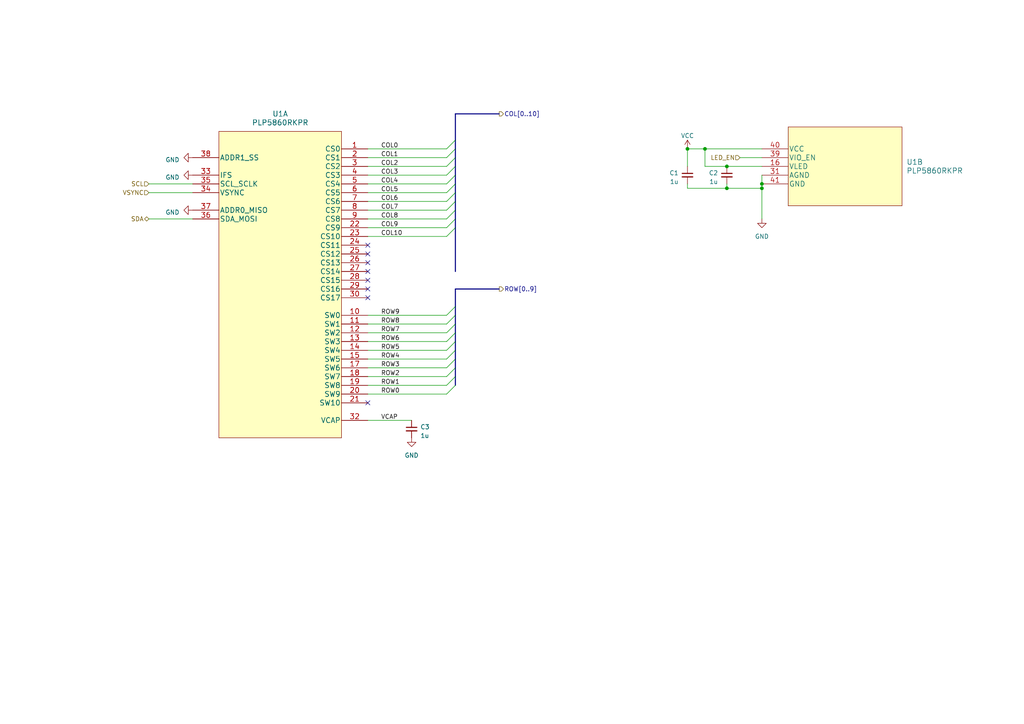
<source format=kicad_sch>
(kicad_sch (version 20230121) (generator eeschema)
  (paper "A4")
  (lib_symbols
    (symbol "Device:C_Small" (pin_numbers hide) (pin_names (offset 0.254) hide)
      (property "Reference" "C" (at 0.254 1.778 0))
      (property "Value" "C_Small" (at 0.254 -2.032 0))
      (symbol "C_Small_0_1"
        (polyline (pts (xy -1.524 -0.508) (xy 1.524 -0.508)) (stroke (width 0.3302)))
        (polyline (pts (xy -1.524 0.508) (xy 1.524 0.508)) (stroke (width 0.3048)))
      )
      (symbol "C_Small_1_1"
        (pin passive line (at 0 2.54 270) (length 2.032) (name "~") (number "1"))
        (pin passive line (at 0 -2.54 90) (length 2.032) (name "~") (number "2"))
      )
    )
    (symbol "WordWatch:PLP5860RKPR" (pin_names (offset 0.254))
      (property "Reference" "U" (at 25.4 11.43 0))
      (property "Value" "PLP5860RKPR" (at 25.4 8.89 0))
      (symbol "PLP5860RKPR_1_1"
        (rectangle (start 7.62 7.62) (end 43.18 -81.28) (fill (type background)))
        (pin output line (at 50.8 2.54 180) (length 7.62) (name "CS0") (number "1"))
        (pin output line (at 50.8 -45.72 180) (length 7.62) (name "SW0") (number "10"))
        (pin output line (at 50.8 -48.26 180) (length 7.62) (name "SW1") (number "11"))
        (pin output line (at 50.8 -50.8 180) (length 7.62) (name "SW2") (number "12"))
        (pin output line (at 50.8 -53.34 180) (length 7.62) (name "SW3") (number "13"))
        (pin output line (at 50.8 -55.88 180) (length 7.62) (name "SW4") (number "14"))
        (pin output line (at 50.8 -58.42 180) (length 7.62) (name "SW5") (number "15"))
        (pin output line (at 50.8 -60.96 180) (length 7.62) (name "SW6") (number "17"))
        (pin output line (at 50.8 -63.5 180) (length 7.62) (name "SW7") (number "18"))
        (pin output line (at 50.8 -66.04 180) (length 7.62) (name "SW8") (number "19"))
        (pin output line (at 50.8 0 180) (length 7.62) (name "CS1") (number "2"))
        (pin output line (at 50.8 -68.58 180) (length 7.62) (name "SW9") (number "20"))
        (pin output line (at 50.8 -71.12 180) (length 7.62) (name "SW10") (number "21"))
        (pin output line (at 50.8 -20.32 180) (length 7.62) (name "CS9") (number "22"))
        (pin output line (at 50.8 -22.86 180) (length 7.62) (name "CS10") (number "23"))
        (pin output line (at 50.8 -25.4 180) (length 7.62) (name "CS11") (number "24"))
        (pin output line (at 50.8 -27.94 180) (length 7.62) (name "CS12") (number "25"))
        (pin output line (at 50.8 -30.48 180) (length 7.62) (name "CS13") (number "26"))
        (pin output line (at 50.8 -33.02 180) (length 7.62) (name "CS14") (number "27"))
        (pin output line (at 50.8 -35.56 180) (length 7.62) (name "CS15") (number "28"))
        (pin output line (at 50.8 -38.1 180) (length 7.62) (name "CS16") (number "29"))
        (pin output line (at 50.8 -2.54 180) (length 7.62) (name "CS2") (number "3"))
        (pin output line (at 50.8 -40.64 180) (length 7.62) (name "CS17") (number "30"))
        (pin output line (at 50.8 -76.2 180) (length 7.62) (name "VCAP") (number "32"))
        (pin input line (at 0 -5.08 0) (length 7.62) (name "IFS") (number "33"))
        (pin input line (at 0 -10.16 0) (length 7.62) (name "VSYNC") (number "34"))
        (pin input line (at 0 -7.62 0) (length 7.62) (name "SCL_SCLK") (number "35"))
        (pin bidirectional line (at 0 -17.78 0) (length 7.62) (name "SDA_MOSI") (number "36"))
        (pin bidirectional line (at 0 -15.24 0) (length 7.62) (name "ADDR0_MISO") (number "37"))
        (pin input line (at 0 0 0) (length 7.62) (name "ADDR1_SS") (number "38"))
        (pin output line (at 50.8 -5.08 180) (length 7.62) (name "CS3") (number "4"))
        (pin output line (at 50.8 -7.62 180) (length 7.62) (name "CS4") (number "5"))
        (pin output line (at 50.8 -10.16 180) (length 7.62) (name "CS5") (number "6"))
        (pin output line (at 50.8 -12.7 180) (length 7.62) (name "CS6") (number "7"))
        (pin output line (at 50.8 -15.24 180) (length 7.62) (name "CS7") (number "8"))
        (pin output line (at 50.8 -17.78 180) (length 7.62) (name "CS8") (number "9"))
      )
      (symbol "PLP5860RKPR_2_1"
        (rectangle (start 7.62 6.35) (end 40.64 -16.51) (fill (type background)))
        (pin power_in line (at 0 -5.08 0) (length 7.62) (name "VLED") (number "16"))
        (pin power_in line (at 0 -7.62 0) (length 7.62) (name "AGND") (number "31"))
        (pin input line (at 0 -2.54 0) (length 7.62) (name "VIO_EN") (number "39"))
        (pin power_in line (at 0 0 0) (length 7.62) (name "VCC") (number "40"))
        (pin power_in line (at 0 -10.16 0) (length 7.62) (name "GND") (number "41"))
      )
    )
    (symbol "power:GND" (power) (pin_names (offset 0))
      (property "Value" "GND" (at 0 -3.81 0))
      (symbol "GND_0_1"
        (polyline (pts (xy 0 0) (xy 0 -1.27) (xy 1.27 -1.27) (xy 0 -2.54) (xy -1.27 -1.27) (xy 0 -1.27)))
      )
      (symbol "GND_1_1"
        (pin power_in line (at 0 0 270) (length 0) hide (name "GND") (number "1"))
      )
    )
    (symbol "power:VCC" (power) (pin_names (offset 0))
      (property "Value" "VCC" (at 0 3.81 0))
      (symbol "VCC_0_1"
        (polyline (pts (xy -0.762 1.27) (xy 0 2.54)))
        (polyline (pts (xy 0 0) (xy 0 2.54)))
        (polyline (pts (xy 0 2.54) (xy 0.762 1.27)))
      )
      (symbol "VCC_1_1"
        (pin power_in line (at 0 0 90) (length 0) hide (name "VCC") (number "1"))
      )
    )
  )
  (junction (at 220.98 53.34))
  (junction (at 210.82 54.61))
  (junction (at 210.82 48.26))
  (junction (at 199.39 43.18))
  (junction (at 204.47 43.18))
  (junction (at 220.98 54.61))
  (no_connect (at 106.68 116.84))
  (no_connect (at 106.68 73.66))
  (no_connect (at 106.68 86.36))
  (no_connect (at 106.68 71.12))
  (no_connect (at 106.68 78.74))
  (no_connect (at 106.68 83.82))
  (no_connect (at 106.68 76.2))
  (no_connect (at 106.68 81.28))
  (bus_entry (at 129.54 96.52) (size 2.54 -2.54))
  (bus_entry (at 129.54 106.68) (size 2.54 -2.54))
  (bus_entry (at 129.54 68.58) (size 2.54 -2.54))
  (bus_entry (at 129.54 93.98) (size 2.54 -2.54))
  (bus_entry (at 129.54 114.3) (size 2.54 -2.54))
  (bus_entry (at 129.54 55.88) (size 2.54 -2.54))
  (bus_entry (at 129.54 109.22) (size 2.54 -2.54))
  (bus_entry (at 129.54 50.8) (size 2.54 -2.54))
  (bus_entry (at 129.54 111.76) (size 2.54 -2.54))
  (bus_entry (at 129.54 48.26) (size 2.54 -2.54))
  (bus_entry (at 129.54 66.04) (size 2.54 -2.54))
  (bus_entry (at 129.54 99.06) (size 2.54 -2.54))
  (bus_entry (at 129.54 60.96) (size 2.54 -2.54))
  (bus_entry (at 129.54 104.14) (size 2.54 -2.54))
  (bus_entry (at 129.54 101.6) (size 2.54 -2.54))
  (bus_entry (at 129.54 91.44) (size 2.54 -2.54))
  (bus_entry (at 129.54 63.5) (size 2.54 -2.54))
  (bus_entry (at 129.54 43.18) (size 2.54 -2.54))
  (bus_entry (at 129.54 53.34) (size 2.54 -2.54))
  (bus_entry (at 129.54 58.42) (size 2.54 -2.54))
  (bus_entry (at 129.54 45.72) (size 2.54 -2.54))
  (bus (pts (xy 132.08 33.02) (xy 132.08 40.64)))
  (bus (pts (xy 132.08 43.18) (xy 132.08 45.72)))
  (wire (pts (xy 106.68 99.06) (xy 129.54 99.06)))
  (bus (pts (xy 132.08 50.8) (xy 132.08 53.34)))
  (bus (pts (xy 132.08 55.88) (xy 132.08 58.42)))
  (bus (pts (xy 132.08 60.96) (xy 132.08 63.5)))
  (wire (pts (xy 199.39 54.61) (xy 199.39 53.34)))
  (wire (pts (xy 214.63 45.72) (xy 220.98 45.72)))
  (wire (pts (xy 106.68 93.98) (xy 129.54 93.98)))
  (bus (pts (xy 144.78 33.02) (xy 132.08 33.02)))
  (wire (pts (xy 106.68 60.96) (xy 129.54 60.96)))
  (bus (pts (xy 132.08 99.06) (xy 132.08 101.6)))
  (wire (pts (xy 106.68 53.34) (xy 129.54 53.34)))
  (wire (pts (xy 220.98 53.34) (xy 220.98 54.61)))
  (wire (pts (xy 210.82 54.61) (xy 210.82 53.34)))
  (bus (pts (xy 132.08 58.42) (xy 132.08 60.96)))
  (bus (pts (xy 132.08 104.14) (xy 132.08 106.68)))
  (wire (pts (xy 106.68 58.42) (xy 129.54 58.42)))
  (bus (pts (xy 132.08 106.68) (xy 132.08 109.22)))
  (wire (pts (xy 43.18 53.34) (xy 55.88 53.34)))
  (wire (pts (xy 106.68 96.52) (xy 129.54 96.52)))
  (wire (pts (xy 210.82 48.26) (xy 220.98 48.26)))
  (wire (pts (xy 106.68 104.14) (xy 129.54 104.14)))
  (wire (pts (xy 106.68 43.18) (xy 129.54 43.18)))
  (wire (pts (xy 220.98 54.61) (xy 210.82 54.61)))
  (wire (pts (xy 106.68 55.88) (xy 129.54 55.88)))
  (wire (pts (xy 106.68 91.44) (xy 129.54 91.44)))
  (bus (pts (xy 132.08 101.6) (xy 132.08 104.14)))
  (bus (pts (xy 132.08 96.52) (xy 132.08 99.06)))
  (bus (pts (xy 132.08 83.82) (xy 132.08 88.9)))
  (bus (pts (xy 132.08 53.34) (xy 132.08 55.88)))
  (wire (pts (xy 220.98 63.5) (xy 220.98 54.61)))
  (wire (pts (xy 106.68 66.04) (xy 129.54 66.04)))
  (wire (pts (xy 106.68 111.76) (xy 129.54 111.76)))
  (wire (pts (xy 106.68 114.3) (xy 129.54 114.3)))
  (bus (pts (xy 132.08 109.22) (xy 132.08 111.76)))
  (wire (pts (xy 106.68 63.5) (xy 129.54 63.5)))
  (wire (pts (xy 106.68 45.72) (xy 129.54 45.72)))
  (bus (pts (xy 132.08 91.44) (xy 132.08 93.98)))
  (wire (pts (xy 43.18 55.88) (xy 55.88 55.88)))
  (bus (pts (xy 132.08 93.98) (xy 132.08 96.52)))
  (wire (pts (xy 106.68 68.58) (xy 129.54 68.58)))
  (wire (pts (xy 199.39 43.18) (xy 204.47 43.18)))
  (wire (pts (xy 43.18 63.5) (xy 55.88 63.5)))
  (wire (pts (xy 106.68 121.92) (xy 119.38 121.92)))
  (bus (pts (xy 132.08 63.5) (xy 132.08 66.04)))
  (bus (pts (xy 132.08 40.64) (xy 132.08 43.18)))
  (wire (pts (xy 106.68 50.8) (xy 129.54 50.8)))
  (wire (pts (xy 106.68 48.26) (xy 129.54 48.26)))
  (bus (pts (xy 144.78 83.82) (xy 132.08 83.82)))
  (wire (pts (xy 106.68 106.68) (xy 129.54 106.68)))
  (wire (pts (xy 106.68 101.6) (xy 129.54 101.6)))
  (wire (pts (xy 106.68 109.22) (xy 129.54 109.22)))
  (wire (pts (xy 220.98 50.8) (xy 220.98 53.34)))
  (wire (pts (xy 204.47 43.18) (xy 204.47 48.26)))
  (wire (pts (xy 199.39 54.61) (xy 210.82 54.61)))
  (bus (pts (xy 132.08 88.9) (xy 132.08 91.44)))
  (wire (pts (xy 204.47 43.18) (xy 220.98 43.18)))
  (bus (pts (xy 132.08 66.04) (xy 132.08 78.74)))
  (bus (pts (xy 132.08 45.72) (xy 132.08 48.26)))
  (bus (pts (xy 132.08 48.26) (xy 132.08 50.8)))
  (wire (pts (xy 199.39 48.26) (xy 199.39 43.18)))
  (wire (pts (xy 204.47 48.26) (xy 210.82 48.26)))
  (label "ROW7" (at 110.49 96.52 0))
  (label "COL10" (at 110.49 68.58 0))
  (label "ROW0" (at 110.49 114.3 0))
  (label "COL0" (at 110.49 43.18 0))
  (label "ROW5" (at 110.49 101.6 0))
  (label "ROW1" (at 110.49 111.76 0))
  (label "ROW9" (at 110.49 91.44 0))
  (label "ROW4" (at 110.49 104.14 0))
  (label "COL9" (at 110.49 66.04 0))
  (label "VCAP" (at 110.49 121.92 0))
  (label "ROW3" (at 110.49 106.68 0))
  (label "ROW2" (at 110.49 109.22 0))
  (label "COL1" (at 110.49 45.72 0))
  (label "COL3" (at 110.49 50.8 0))
  (label "COL4" (at 110.49 53.34 0))
  (label "COL8" (at 110.49 63.5 0))
  (label "ROW8" (at 110.49 93.98 0))
  (label "COL6" (at 110.49 58.42 0))
  (label "COL2" (at 110.49 48.26 0))
  (label "COL7" (at 110.49 60.96 0))
  (label "COL5" (at 110.49 55.88 0))
  (label "ROW6" (at 110.49 99.06 0))
  (hierarchical_label "COL[0..10]" (shape output) (at 144.78 33.02 0))
  (hierarchical_label "ROW[0..9]" (shape output) (at 144.78 83.82 0))
  (hierarchical_label "VSYNC" (shape input) (at 43.18 55.88 180))
  (hierarchical_label "SCL" (shape input) (at 43.18 53.34 180))
  (hierarchical_label "LED_EN" (shape input) (at 214.63 45.72 180))
  (hierarchical_label "SDA" (shape bidirectional) (at 43.18 63.5 180))
  (symbol (lib_id "WordWatch:PLP5860RKPR") (at 55.88 45.72 0) (unit 1)
    (property "Reference" "U1" (at 81.28 33.02 0) (effects (font (size 1.524 1.524))))
    (property "Value" "PLP5860RKPR" (at 81.28 35.56 0) (effects (font (size 1.524 1.524))))
    (property "Footprint" "Package_DFN_QFN:QFN-40-1EP_5x5mm_P0.4mm_EP3.6x3.6mm" (effects hide))
  )
  (symbol (lib_id "power:VCC") (at 199.39 43.18 0) (unit 1)
    (property "Reference" "#PWR03" (effects hide))
    (property "Value" "VCC" (at 199.39 39.37 0))
    (instances (project "ControllerBoard" (path "" (reference "#PWR03") (unit 1))) (project "WordClock" (path "" (reference "#PWR016") (unit 1))))
  )
  (symbol (lib_id "power:GND") (at 55.88 60.96 270) (unit 1)
    (property "Reference" "#PWR06" (effects hide))
    (property "Value" "GND" (at 52.07 61.595 90) (effects (justify right)))
    (instances (project "ControllerBoard" (path "" (reference "#PWR06") (unit 1))) (project "WordClock" (path "" (reference "#PWR020") (unit 1))))
  )
  (symbol (lib_id "power:GND") (at 119.38 127 0) (unit 1)
    (property "Reference" "#PWR08" (effects hide))
    (property "Value" "GND" (at 119.38 132.08 0))
    (instances (project "ControllerBoard" (path "" (reference "#PWR08") (unit 1))) (project "WordClock" (path "" (reference "#PWR021") (unit 1))))
  )
  (symbol (lib_id "power:GND") (at 220.98 63.5 0) (unit 1)
    (property "Reference" "#PWR07" (effects hide))
    (property "Value" "GND" (at 220.98 68.58 0))
    (instances (project "ControllerBoard" (path "" (reference "#PWR07") (unit 1))) (project "WordClock" (path "" (reference "#PWR018") (unit 1))))
  )
  (symbol (lib_id "Device:C_Small") (at 119.38 124.46 0) (unit 1)
    (property "Reference" "C3" (at 121.92 123.8313 0) (effects (justify left)))
    (property "Value" "1u" (at 121.92 126.3713 0) (effects (justify left)))
    (property "Footprint" "Capacitor_SMD:C_0402_1005Metric" (effects hide))
    (instances (project "ControllerBoard" (path "" (reference "C3") (unit 1))) (project "WordClock" (path "" (reference "C15") (unit 1))))
  )
  (symbol (lib_id "power:GND") (at 55.88 45.72 270) (unit 1)
    (property "Reference" "#PWR04" (effects hide))
    (property "Value" "GND" (at 52.07 46.355 90) (effects (justify right)))
    (instances (project "ControllerBoard" (path "" (reference "#PWR04") (unit 1))) (project "WordClock" (path "" (reference "#PWR017") (unit 1))))
  )
  (symbol (lib_id "power:GND") (at 55.88 50.8 270) (unit 1)
    (property "Reference" "#PWR05" (effects hide))
    (property "Value" "GND" (at 52.07 51.435 90) (effects (justify right)))
    (instances (project "ControllerBoard" (path "" (reference "#PWR05") (unit 1))) (project "WordClock" (path "" (reference "#PWR019") (unit 1))))
  )
  (symbol (lib_id "WordWatch:PLP5860RKPR") (at 220.98 43.18 0) (unit 2)
    (property "Reference" "U1" (at 262.89 46.99 0) (effects (font (size 1.524 1.524)) (justify left)))
    (property "Value" "PLP5860RKPR" (at 262.89 49.53 0) (effects (font (size 1.524 1.524)) (justify left)))
    (property "Footprint" "Package_DFN_QFN:QFN-40-1EP_5x5mm_P0.4mm_EP3.6x3.6mm" (effects hide))
  )
  (symbol (lib_id "Device:C_Small") (at 199.39 50.8 0) (mirror y) (unit 1)
    (property "Reference" "C1" (at 196.85 50.1713 0) (effects (justify left)))
    (property "Value" "1u" (at 196.85 52.7113 0) (effects (justify left)))
    (property "Footprint" "Capacitor_SMD:C_0402_1005Metric" (effects hide))
    (instances (project "ControllerBoard" (path "" (reference "C1") (unit 1))) (project "WordClock" (path "" (reference "C13") (unit 1))))
  )
  (symbol (lib_id "Device:C_Small") (at 210.82 50.8 0) (mirror y) (unit 1)
    (property "Reference" "C2" (at 208.28 50.1713 0) (effects (justify left)))
    (property "Value" "1u" (at 208.28 52.7113 0) (effects (justify left)))
    (property "Footprint" "Capacitor_SMD:C_0402_1005Metric" (effects hide))
    (instances (project "ControllerBoard" (path "" (reference "C2") (unit 1))) (project "WordClock" (path "" (reference "C14") (unit 1))))
  )
)
</source>
